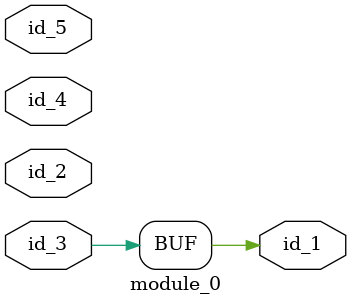
<source format=v>
module module_0 (
    id_1,
    id_2,
    id_3,
    id_4,
    id_5
);
  input id_5;
  input id_4;
  input id_3;
  input id_2;
  output id_1;
  assign id_1 = id_3;
endmodule

</source>
